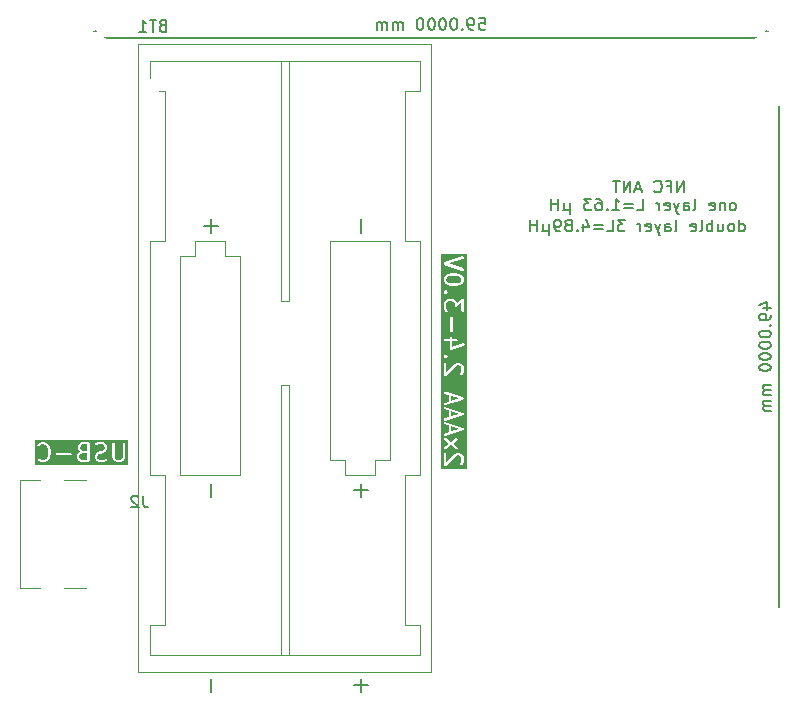
<source format=gbr>
%TF.GenerationSoftware,KiCad,Pcbnew,7.0.6-0*%
%TF.CreationDate,2023-08-18T22:24:39+03:00*%
%TF.ProjectId,iot-data-logger-nfc-samd21,696f742d-6461-4746-912d-6c6f67676572,rev?*%
%TF.SameCoordinates,Original*%
%TF.FileFunction,Legend,Bot*%
%TF.FilePolarity,Positive*%
%FSLAX46Y46*%
G04 Gerber Fmt 4.6, Leading zero omitted, Abs format (unit mm)*
G04 Created by KiCad (PCBNEW 7.0.6-0) date 2023-08-18 22:24:39*
%MOMM*%
%LPD*%
G01*
G04 APERTURE LIST*
%ADD10C,0.200000*%
%ADD11C,0.150000*%
%ADD12C,0.120000*%
%ADD13C,1.500000*%
%ADD14R,1.700000X1.700000*%
%ADD15O,1.700000X1.700000*%
%ADD16C,0.800000*%
%ADD17C,6.400000*%
%ADD18C,0.600000*%
%ADD19C,0.500000*%
%ADD20O,1.600000X1.000000*%
%ADD21O,2.100000X1.000000*%
%ADD22R,1.150000X0.300000*%
%ADD23C,3.450000*%
%ADD24R,2.000000X2.000000*%
%ADD25C,2.000000*%
G04 APERTURE END LIST*
D10*
G36*
X94377743Y-75082707D02*
G01*
X93722542Y-75301107D01*
X93722542Y-74864306D01*
X94377743Y-75082707D01*
G37*
G36*
X94377743Y-73796993D02*
G01*
X93722542Y-74015393D01*
X93722542Y-73578592D01*
X94377743Y-73796993D01*
G37*
G36*
X94377744Y-72511279D02*
G01*
X93722542Y-72729679D01*
X93722542Y-72292878D01*
X94377744Y-72511279D01*
G37*
G36*
X94373350Y-62177059D02*
G01*
X94491878Y-62236324D01*
X94540355Y-62284800D01*
X94593971Y-62392030D01*
X94593971Y-62487673D01*
X94540356Y-62594902D01*
X94491878Y-62643379D01*
X94373349Y-62702644D01*
X94110233Y-62768423D01*
X93777709Y-62768423D01*
X93514590Y-62702644D01*
X93396062Y-62643379D01*
X93347585Y-62594901D01*
X93293971Y-62487673D01*
X93293971Y-62392031D01*
X93347586Y-62284801D01*
X93396062Y-62236324D01*
X93514589Y-62177060D01*
X93777709Y-62111280D01*
X94110232Y-62111280D01*
X94373350Y-62177059D01*
G37*
G36*
X95079683Y-78467191D02*
G01*
X92879685Y-78467191D01*
X92879685Y-78154136D01*
X93093971Y-78154136D01*
X93101206Y-78176405D01*
X93104870Y-78199535D01*
X93110575Y-78205240D01*
X93113069Y-78212915D01*
X93132015Y-78226680D01*
X93148572Y-78243237D01*
X93156541Y-78244499D01*
X93163069Y-78249242D01*
X93186486Y-78249242D01*
X93209614Y-78252905D01*
X93216803Y-78249242D01*
X93224873Y-78249242D01*
X93243818Y-78235477D01*
X93264682Y-78224847D01*
X94105132Y-77384395D01*
X94281627Y-77325564D01*
X94384649Y-77325564D01*
X94491879Y-77379179D01*
X94540355Y-77427655D01*
X94593971Y-77534886D01*
X94593971Y-77844814D01*
X94540355Y-77952044D01*
X94480403Y-78011996D01*
X94452345Y-78067064D01*
X94462013Y-78128106D01*
X94505715Y-78171808D01*
X94566757Y-78181476D01*
X94621825Y-78153418D01*
X94693252Y-78081990D01*
X94700609Y-78067550D01*
X94711985Y-78056001D01*
X94783414Y-77913144D01*
X94786847Y-77890345D01*
X94793971Y-77868422D01*
X94793971Y-77511279D01*
X94786847Y-77489355D01*
X94783414Y-77466557D01*
X94711985Y-77323700D01*
X94700610Y-77312151D01*
X94693253Y-77297712D01*
X94621825Y-77226283D01*
X94607383Y-77218924D01*
X94595835Y-77207550D01*
X94452979Y-77136121D01*
X94430180Y-77132687D01*
X94408257Y-77125564D01*
X94265400Y-77125564D01*
X94249984Y-77130572D01*
X94233777Y-77130696D01*
X94019491Y-77202125D01*
X94000942Y-77215817D01*
X93980403Y-77226283D01*
X93293971Y-77912714D01*
X93293971Y-77225564D01*
X93274873Y-77166785D01*
X93224873Y-77130458D01*
X93163069Y-77130458D01*
X93113069Y-77166785D01*
X93093971Y-77225564D01*
X93093971Y-78154136D01*
X92879685Y-78154136D01*
X92879685Y-76698265D01*
X93097769Y-76698265D01*
X93100095Y-76760025D01*
X93138279Y-76808622D01*
X93197735Y-76825495D01*
X93255753Y-76804197D01*
X93693970Y-76459882D01*
X94132189Y-76804197D01*
X94190207Y-76825494D01*
X94249662Y-76808622D01*
X94287846Y-76760024D01*
X94290173Y-76698265D01*
X94255753Y-76646933D01*
X93855830Y-76332708D01*
X94255753Y-76018483D01*
X94290173Y-75967151D01*
X94287846Y-75905392D01*
X94249662Y-75856794D01*
X94190207Y-75839922D01*
X94132189Y-75861219D01*
X93693971Y-76205533D01*
X93255753Y-75861219D01*
X93197735Y-75839921D01*
X93138279Y-75856794D01*
X93100095Y-75905391D01*
X93097769Y-75967151D01*
X93132189Y-76018483D01*
X93532111Y-76332708D01*
X93132189Y-76646933D01*
X93097769Y-76698265D01*
X92879685Y-76698265D01*
X92879685Y-75583466D01*
X93093973Y-75583466D01*
X93113518Y-75642098D01*
X93163792Y-75678045D01*
X93225594Y-75677575D01*
X94725594Y-75177575D01*
X94749857Y-75159664D01*
X94774425Y-75142098D01*
X94774676Y-75141342D01*
X94775317Y-75140870D01*
X94784422Y-75112104D01*
X94793969Y-75083466D01*
X94793728Y-75082707D01*
X94793969Y-75081948D01*
X94784422Y-75053309D01*
X94775317Y-75024544D01*
X94774676Y-75024071D01*
X94774425Y-75023316D01*
X94749857Y-75005749D01*
X94725594Y-74987839D01*
X93225594Y-74487839D01*
X93163792Y-74487369D01*
X93113518Y-74523316D01*
X93093973Y-74581948D01*
X93112625Y-74640870D01*
X93162348Y-74677575D01*
X93522542Y-74797639D01*
X93522542Y-75367774D01*
X93162348Y-75487839D01*
X93112625Y-75524544D01*
X93093973Y-75583466D01*
X92879685Y-75583466D01*
X92879685Y-74297752D01*
X93093973Y-74297752D01*
X93113518Y-74356384D01*
X93163792Y-74392331D01*
X93225594Y-74391861D01*
X94725594Y-73891861D01*
X94749857Y-73873950D01*
X94774425Y-73856384D01*
X94774676Y-73855628D01*
X94775317Y-73855156D01*
X94784422Y-73826390D01*
X94793969Y-73797752D01*
X94793728Y-73796993D01*
X94793969Y-73796234D01*
X94784422Y-73767595D01*
X94775317Y-73738830D01*
X94774676Y-73738357D01*
X94774425Y-73737602D01*
X94749857Y-73720035D01*
X94725594Y-73702125D01*
X93225594Y-73202125D01*
X93163792Y-73201655D01*
X93113518Y-73237602D01*
X93093973Y-73296234D01*
X93112625Y-73355156D01*
X93162348Y-73391861D01*
X93522542Y-73511925D01*
X93522542Y-74082060D01*
X93162348Y-74202125D01*
X93112625Y-74238830D01*
X93093973Y-74297752D01*
X92879685Y-74297752D01*
X92879685Y-73012038D01*
X93093973Y-73012038D01*
X93113518Y-73070670D01*
X93163792Y-73106617D01*
X93225594Y-73106147D01*
X94725594Y-72606147D01*
X94749857Y-72588236D01*
X94774425Y-72570670D01*
X94774676Y-72569914D01*
X94775317Y-72569442D01*
X94784422Y-72540676D01*
X94793969Y-72512038D01*
X94793728Y-72511279D01*
X94793969Y-72510520D01*
X94784422Y-72481881D01*
X94775317Y-72453116D01*
X94774676Y-72452643D01*
X94774425Y-72451888D01*
X94749857Y-72434321D01*
X94725594Y-72416411D01*
X93225594Y-71916411D01*
X93163792Y-71915941D01*
X93113518Y-71951888D01*
X93093973Y-72010520D01*
X93112625Y-72069442D01*
X93162348Y-72106147D01*
X93522542Y-72226211D01*
X93522542Y-72796346D01*
X93162348Y-72916411D01*
X93112625Y-72953116D01*
X93093973Y-73012038D01*
X92879685Y-73012038D01*
X92879685Y-70511280D01*
X93093971Y-70511280D01*
X93101206Y-70533549D01*
X93104870Y-70556679D01*
X93110575Y-70562384D01*
X93113069Y-70570059D01*
X93132015Y-70583824D01*
X93148572Y-70600381D01*
X93156541Y-70601643D01*
X93163069Y-70606386D01*
X93186486Y-70606386D01*
X93209614Y-70610049D01*
X93216803Y-70606386D01*
X93224873Y-70606386D01*
X93243818Y-70592621D01*
X93264682Y-70581991D01*
X94105132Y-69741539D01*
X94281627Y-69682708D01*
X94384649Y-69682708D01*
X94491879Y-69736323D01*
X94540355Y-69784799D01*
X94593971Y-69892030D01*
X94593971Y-70201958D01*
X94540355Y-70309188D01*
X94480403Y-70369140D01*
X94452345Y-70424208D01*
X94462013Y-70485250D01*
X94505715Y-70528952D01*
X94566757Y-70538620D01*
X94621825Y-70510562D01*
X94693252Y-70439134D01*
X94700609Y-70424694D01*
X94711985Y-70413145D01*
X94783414Y-70270288D01*
X94786847Y-70247489D01*
X94793971Y-70225566D01*
X94793971Y-69868423D01*
X94786847Y-69846499D01*
X94783414Y-69823701D01*
X94711985Y-69680844D01*
X94700610Y-69669295D01*
X94693253Y-69654856D01*
X94621825Y-69583427D01*
X94607383Y-69576068D01*
X94595835Y-69564694D01*
X94452979Y-69493265D01*
X94430180Y-69489831D01*
X94408257Y-69482708D01*
X94265400Y-69482708D01*
X94249984Y-69487716D01*
X94233777Y-69487840D01*
X94019491Y-69559269D01*
X94000942Y-69572961D01*
X93980403Y-69583427D01*
X93293971Y-70269858D01*
X93293971Y-69582708D01*
X93274873Y-69523929D01*
X93224873Y-69487602D01*
X93163069Y-69487602D01*
X93113069Y-69523929D01*
X93093971Y-69582708D01*
X93093971Y-70511280D01*
X92879685Y-70511280D01*
X92879685Y-68955496D01*
X93095202Y-68955496D01*
X93098865Y-68962684D01*
X93098865Y-68970754D01*
X93103607Y-68977281D01*
X93104870Y-68985251D01*
X93116070Y-68996451D01*
X93123261Y-69010563D01*
X93194690Y-69081991D01*
X93208800Y-69089180D01*
X93220001Y-69100381D01*
X93235645Y-69102858D01*
X93249757Y-69110049D01*
X93265400Y-69107571D01*
X93281043Y-69110049D01*
X93295154Y-69102858D01*
X93310800Y-69100381D01*
X93321999Y-69089181D01*
X93336111Y-69081991D01*
X93407538Y-69010563D01*
X93414727Y-68996452D01*
X93425929Y-68985252D01*
X93427191Y-68977281D01*
X93431934Y-68970754D01*
X93431934Y-68962684D01*
X93435597Y-68955496D01*
X93433119Y-68939852D01*
X93435597Y-68924209D01*
X93431933Y-68917019D01*
X93431934Y-68908950D01*
X93427191Y-68902421D01*
X93425929Y-68894453D01*
X93414728Y-68883252D01*
X93407539Y-68869142D01*
X93336111Y-68797713D01*
X93321999Y-68790522D01*
X93310799Y-68779322D01*
X93295155Y-68776844D01*
X93281044Y-68769654D01*
X93265400Y-68772131D01*
X93249757Y-68769654D01*
X93235644Y-68776844D01*
X93220002Y-68779322D01*
X93208802Y-68790520D01*
X93194689Y-68797712D01*
X93123260Y-68869141D01*
X93116068Y-68883254D01*
X93104870Y-68894454D01*
X93103608Y-68902421D01*
X93098865Y-68908950D01*
X93098865Y-68917019D01*
X93095202Y-68924209D01*
X93097679Y-68939852D01*
X93095202Y-68955496D01*
X92879685Y-68955496D01*
X92879685Y-67613611D01*
X93098865Y-67613611D01*
X93135192Y-67663611D01*
X93193971Y-67682709D01*
X93593971Y-67682709D01*
X93593971Y-68296994D01*
X93594093Y-68297371D01*
X93593973Y-68297753D01*
X93603635Y-68326740D01*
X93613069Y-68355773D01*
X93613392Y-68356007D01*
X93613518Y-68356385D01*
X93638329Y-68374125D01*
X93663069Y-68392100D01*
X93663468Y-68392100D01*
X93663792Y-68392332D01*
X93694299Y-68392100D01*
X93724873Y-68392100D01*
X93725196Y-68391865D01*
X93725594Y-68391862D01*
X94797022Y-68034719D01*
X94846746Y-67998014D01*
X94865397Y-67939092D01*
X94845853Y-67880460D01*
X94795579Y-67844513D01*
X94733777Y-67844983D01*
X93793971Y-68158251D01*
X93793971Y-67682709D01*
X94193971Y-67682709D01*
X94252750Y-67663611D01*
X94289077Y-67613611D01*
X94289077Y-67551807D01*
X94252750Y-67501807D01*
X94193971Y-67482709D01*
X93793971Y-67482709D01*
X93793971Y-67368423D01*
X93774873Y-67309644D01*
X93724873Y-67273317D01*
X93663069Y-67273317D01*
X93613069Y-67309644D01*
X93593971Y-67368423D01*
X93593971Y-67482709D01*
X93193971Y-67482709D01*
X93135192Y-67501807D01*
X93098865Y-67551807D01*
X93098865Y-67613611D01*
X92879685Y-67613611D01*
X92879685Y-66796995D01*
X93665400Y-66796995D01*
X93684498Y-66855774D01*
X93734498Y-66892101D01*
X93796302Y-66892101D01*
X93846302Y-66855774D01*
X93865400Y-66796995D01*
X93865400Y-65654138D01*
X93846302Y-65595359D01*
X93796302Y-65559032D01*
X93734498Y-65559032D01*
X93684498Y-65595359D01*
X93665400Y-65654138D01*
X93665400Y-66796995D01*
X92879685Y-66796995D01*
X92879685Y-64868423D01*
X93093971Y-64868423D01*
X93101094Y-64890346D01*
X93104528Y-64913145D01*
X93175957Y-65056001D01*
X93187331Y-65067549D01*
X93194689Y-65081990D01*
X93266117Y-65153419D01*
X93321184Y-65181478D01*
X93382226Y-65171810D01*
X93425929Y-65128109D01*
X93435597Y-65067066D01*
X93407539Y-65011999D01*
X93347587Y-64952046D01*
X93293971Y-64844814D01*
X93293971Y-64463460D01*
X93347587Y-64356228D01*
X93396062Y-64307752D01*
X93503292Y-64254137D01*
X93813220Y-64254137D01*
X93920448Y-64307751D01*
X93968928Y-64356231D01*
X94022542Y-64463458D01*
X94022542Y-64654137D01*
X94028790Y-64673366D01*
X94030618Y-64693509D01*
X94038120Y-64702082D01*
X94041640Y-64712916D01*
X94058000Y-64724802D01*
X94071317Y-64740021D01*
X94082424Y-64742547D01*
X94091640Y-64749243D01*
X94111862Y-64749243D01*
X94131581Y-64753728D01*
X94142052Y-64749243D01*
X94153444Y-64749243D01*
X94169804Y-64737356D01*
X94188392Y-64729395D01*
X94593971Y-64374513D01*
X94593971Y-65082709D01*
X94613069Y-65141488D01*
X94663069Y-65177815D01*
X94724873Y-65177815D01*
X94774873Y-65141488D01*
X94793971Y-65082709D01*
X94793971Y-64154137D01*
X94787721Y-64134903D01*
X94785894Y-64114766D01*
X94778393Y-64106194D01*
X94774873Y-64095358D01*
X94758510Y-64083470D01*
X94745196Y-64068253D01*
X94734088Y-64065726D01*
X94724873Y-64059031D01*
X94704651Y-64059031D01*
X94684932Y-64054546D01*
X94674461Y-64059031D01*
X94663069Y-64059031D01*
X94646706Y-64070918D01*
X94628120Y-64078880D01*
X94221000Y-64435108D01*
X94215418Y-64417928D01*
X94211985Y-64395131D01*
X94140557Y-64252274D01*
X94129183Y-64240726D01*
X94121825Y-64226284D01*
X94050396Y-64154855D01*
X94035953Y-64147496D01*
X94024406Y-64136123D01*
X93881550Y-64064694D01*
X93858751Y-64061260D01*
X93836828Y-64054137D01*
X93479685Y-64054137D01*
X93457761Y-64061260D01*
X93434963Y-64064694D01*
X93292106Y-64136123D01*
X93280556Y-64147498D01*
X93266117Y-64154856D01*
X93194689Y-64226285D01*
X93187331Y-64240725D01*
X93175957Y-64252274D01*
X93104528Y-64395130D01*
X93101094Y-64417928D01*
X93093971Y-64439852D01*
X93093971Y-64868423D01*
X92879685Y-64868423D01*
X92879685Y-63526925D01*
X93095202Y-63526925D01*
X93098865Y-63534113D01*
X93098865Y-63542183D01*
X93103607Y-63548710D01*
X93104870Y-63556680D01*
X93116070Y-63567880D01*
X93123261Y-63581992D01*
X93194690Y-63653420D01*
X93208800Y-63660609D01*
X93220001Y-63671810D01*
X93235645Y-63674287D01*
X93249757Y-63681478D01*
X93265400Y-63679000D01*
X93281043Y-63681478D01*
X93295154Y-63674287D01*
X93310800Y-63671810D01*
X93321999Y-63660610D01*
X93336111Y-63653420D01*
X93407538Y-63581992D01*
X93414727Y-63567881D01*
X93425929Y-63556681D01*
X93427191Y-63548710D01*
X93431934Y-63542183D01*
X93431934Y-63534113D01*
X93435597Y-63526925D01*
X93433119Y-63511281D01*
X93435597Y-63495638D01*
X93431933Y-63488448D01*
X93431934Y-63480379D01*
X93427191Y-63473850D01*
X93425929Y-63465882D01*
X93414728Y-63454681D01*
X93407539Y-63440571D01*
X93336111Y-63369142D01*
X93321999Y-63361951D01*
X93310799Y-63350751D01*
X93295155Y-63348273D01*
X93281044Y-63341083D01*
X93265400Y-63343560D01*
X93249757Y-63341083D01*
X93235644Y-63348273D01*
X93220002Y-63350751D01*
X93208802Y-63361949D01*
X93194689Y-63369141D01*
X93123260Y-63440570D01*
X93116068Y-63454683D01*
X93104870Y-63465883D01*
X93103608Y-63473850D01*
X93098865Y-63480379D01*
X93098865Y-63488448D01*
X93095202Y-63495638D01*
X93097679Y-63511281D01*
X93095202Y-63526925D01*
X92879685Y-63526925D01*
X92879685Y-62511280D01*
X93093971Y-62511280D01*
X93101094Y-62533203D01*
X93104528Y-62556001D01*
X93175957Y-62698859D01*
X93187330Y-62710406D01*
X93194689Y-62724849D01*
X93266117Y-62796276D01*
X93280556Y-62803633D01*
X93292106Y-62815009D01*
X93434963Y-62886438D01*
X93445985Y-62888098D01*
X93455432Y-62894009D01*
X93741147Y-62965437D01*
X93753562Y-62964576D01*
X93765400Y-62968423D01*
X94122542Y-62968423D01*
X94134379Y-62964576D01*
X94146795Y-62965437D01*
X94432510Y-62894009D01*
X94441956Y-62888098D01*
X94452979Y-62886438D01*
X94595835Y-62815009D01*
X94607382Y-62803635D01*
X94621825Y-62796277D01*
X94693252Y-62724849D01*
X94700610Y-62710407D01*
X94711985Y-62698859D01*
X94783414Y-62556001D01*
X94786847Y-62533203D01*
X94793971Y-62511280D01*
X94793971Y-62368423D01*
X94786847Y-62346499D01*
X94783414Y-62323701D01*
X94711985Y-62180844D01*
X94700609Y-62169294D01*
X94693252Y-62154855D01*
X94621825Y-62083427D01*
X94607382Y-62076068D01*
X94595835Y-62064695D01*
X94452979Y-61993266D01*
X94441955Y-61991605D01*
X94432510Y-61985695D01*
X94146796Y-61914266D01*
X94134379Y-61915126D01*
X94122542Y-61911280D01*
X93765400Y-61911280D01*
X93753562Y-61915126D01*
X93741146Y-61914266D01*
X93455431Y-61985695D01*
X93445984Y-61991605D01*
X93434963Y-61993266D01*
X93292106Y-62064695D01*
X93280556Y-62076070D01*
X93266117Y-62083428D01*
X93194689Y-62154855D01*
X93187330Y-62169297D01*
X93175957Y-62180845D01*
X93104528Y-62323701D01*
X93101094Y-62346499D01*
X93093971Y-62368423D01*
X93093971Y-62511280D01*
X92879685Y-62511280D01*
X92879685Y-61083468D01*
X93093973Y-61083468D01*
X93103509Y-61112077D01*
X93112625Y-61140872D01*
X93113266Y-61141345D01*
X93113518Y-61142100D01*
X93138069Y-61159654D01*
X93162348Y-61177577D01*
X94662348Y-61677577D01*
X94724150Y-61678047D01*
X94774425Y-61642100D01*
X94793969Y-61583468D01*
X94775317Y-61524546D01*
X94725594Y-61487841D01*
X93510198Y-61082709D01*
X94725594Y-60677577D01*
X94775317Y-60640872D01*
X94793969Y-60581950D01*
X94774425Y-60523318D01*
X94724150Y-60487371D01*
X94662348Y-60487841D01*
X93162348Y-60987841D01*
X93138069Y-61005763D01*
X93113518Y-61023318D01*
X93113266Y-61024072D01*
X93112625Y-61024546D01*
X93103509Y-61053340D01*
X93093973Y-61081950D01*
X93094213Y-61082708D01*
X93093973Y-61083468D01*
X92879685Y-61083468D01*
X92879685Y-60273085D01*
X95079683Y-60273085D01*
X95079683Y-78467191D01*
G37*
G36*
X62911279Y-77706028D02*
G01*
X62463457Y-77706028D01*
X62356229Y-77652414D01*
X62307749Y-77603934D01*
X62254135Y-77496707D01*
X62254135Y-77329634D01*
X62307749Y-77222407D01*
X62351012Y-77179144D01*
X62527505Y-77120314D01*
X62911279Y-77120314D01*
X62911279Y-77706028D01*
G37*
G36*
X62911279Y-76920314D02*
G01*
X62534886Y-76920314D01*
X62427655Y-76866698D01*
X62379179Y-76818222D01*
X62325563Y-76710991D01*
X62325563Y-76615350D01*
X62379179Y-76508119D01*
X62427655Y-76459643D01*
X62534886Y-76406028D01*
X62911279Y-76406028D01*
X62911279Y-76920314D01*
G37*
G36*
X66325565Y-78120314D02*
G01*
X58483938Y-78120314D01*
X58483938Y-77678814D01*
X58698224Y-77678814D01*
X58726282Y-77733881D01*
X58797710Y-77805310D01*
X58818249Y-77815775D01*
X58836798Y-77829468D01*
X59051084Y-77900896D01*
X59067291Y-77901019D01*
X59082707Y-77906028D01*
X59225564Y-77906028D01*
X59240979Y-77901019D01*
X59257187Y-77900896D01*
X59471472Y-77829468D01*
X59490019Y-77815776D01*
X59510561Y-77805310D01*
X59653418Y-77662452D01*
X59660775Y-77648012D01*
X59672150Y-77636464D01*
X59730225Y-77520314D01*
X62054136Y-77520314D01*
X62061259Y-77542237D01*
X62064693Y-77565035D01*
X62136121Y-77707892D01*
X62147494Y-77719439D01*
X62154853Y-77733882D01*
X62226282Y-77805311D01*
X62240724Y-77812669D01*
X62252272Y-77824043D01*
X62395129Y-77895471D01*
X62417926Y-77898904D01*
X62439850Y-77906028D01*
X63011279Y-77906028D01*
X63026342Y-77901134D01*
X63042181Y-77901134D01*
X63054994Y-77891824D01*
X63070058Y-77886930D01*
X63079367Y-77874116D01*
X63092181Y-77864807D01*
X63097075Y-77849743D01*
X63106385Y-77836930D01*
X63106385Y-77821090D01*
X63111279Y-77806028D01*
X63111279Y-77520314D01*
X63554135Y-77520314D01*
X63561258Y-77542237D01*
X63564692Y-77565036D01*
X63636121Y-77707892D01*
X63647494Y-77719439D01*
X63654853Y-77733882D01*
X63726282Y-77805311D01*
X63740724Y-77812669D01*
X63752272Y-77824043D01*
X63895129Y-77895471D01*
X63917926Y-77898904D01*
X63939850Y-77906028D01*
X64296993Y-77906028D01*
X64312408Y-77901019D01*
X64328616Y-77900896D01*
X64542901Y-77829468D01*
X64592624Y-77792763D01*
X64611275Y-77733841D01*
X64591731Y-77675209D01*
X64541457Y-77639262D01*
X64479655Y-77639732D01*
X64280766Y-77706028D01*
X63963457Y-77706028D01*
X63856229Y-77652414D01*
X63807749Y-77603934D01*
X63765939Y-77520314D01*
X65054136Y-77520314D01*
X65061259Y-77542237D01*
X65064693Y-77565035D01*
X65136121Y-77707892D01*
X65147494Y-77719439D01*
X65154853Y-77733882D01*
X65226282Y-77805311D01*
X65240724Y-77812669D01*
X65252272Y-77824043D01*
X65395129Y-77895471D01*
X65417926Y-77898904D01*
X65439850Y-77906028D01*
X65725564Y-77906028D01*
X65747487Y-77898904D01*
X65770285Y-77895471D01*
X65913143Y-77824043D01*
X65924692Y-77812668D01*
X65939133Y-77805310D01*
X66010561Y-77733881D01*
X66017918Y-77719441D01*
X66029293Y-77707893D01*
X66100722Y-77565036D01*
X66104155Y-77542237D01*
X66111279Y-77520314D01*
X66111279Y-76306028D01*
X66092181Y-76247249D01*
X66042181Y-76210922D01*
X65980377Y-76210922D01*
X65930377Y-76247249D01*
X65911279Y-76306028D01*
X65911279Y-77496706D01*
X65857663Y-77603937D01*
X65809186Y-77652413D01*
X65701957Y-77706028D01*
X65463457Y-77706028D01*
X65356229Y-77652414D01*
X65307749Y-77603934D01*
X65254136Y-77496707D01*
X65254136Y-76306028D01*
X65235038Y-76247249D01*
X65185038Y-76210922D01*
X65123234Y-76210922D01*
X65073234Y-76247249D01*
X65054136Y-76306028D01*
X65054136Y-77520314D01*
X63765939Y-77520314D01*
X63754135Y-77496705D01*
X63754135Y-77401065D01*
X63807749Y-77293836D01*
X63856229Y-77245356D01*
X63974755Y-77186092D01*
X64249817Y-77117328D01*
X64259263Y-77111417D01*
X64270286Y-77109757D01*
X64413142Y-77038328D01*
X64424690Y-77026953D01*
X64439131Y-77019596D01*
X64510560Y-76948168D01*
X64517918Y-76933726D01*
X64529293Y-76922178D01*
X64600721Y-76779321D01*
X64604154Y-76756523D01*
X64611278Y-76734600D01*
X64611278Y-76591742D01*
X64604154Y-76569818D01*
X64600721Y-76547021D01*
X64529293Y-76404164D01*
X64517918Y-76392615D01*
X64510560Y-76378174D01*
X64439131Y-76306746D01*
X64424690Y-76299388D01*
X64413142Y-76288014D01*
X64270286Y-76216585D01*
X64247487Y-76213151D01*
X64225564Y-76206028D01*
X63868421Y-76206028D01*
X63853005Y-76211036D01*
X63836798Y-76211160D01*
X63622512Y-76282589D01*
X63572789Y-76319294D01*
X63554137Y-76378216D01*
X63573682Y-76436848D01*
X63623956Y-76472795D01*
X63685758Y-76472325D01*
X63884648Y-76406028D01*
X64201956Y-76406028D01*
X64309187Y-76459644D01*
X64357664Y-76508120D01*
X64411277Y-76615348D01*
X64411277Y-76710993D01*
X64357664Y-76818221D01*
X64309187Y-76866697D01*
X64190657Y-76925963D01*
X63915597Y-76994728D01*
X63906150Y-77000638D01*
X63895128Y-77002299D01*
X63752271Y-77073728D01*
X63740723Y-77085102D01*
X63726282Y-77092460D01*
X63654853Y-77163889D01*
X63647494Y-77178331D01*
X63636121Y-77189879D01*
X63564692Y-77332735D01*
X63561258Y-77355533D01*
X63554135Y-77377457D01*
X63554135Y-77520314D01*
X63111279Y-77520314D01*
X63111279Y-76306028D01*
X63106385Y-76290965D01*
X63106385Y-76275126D01*
X63097075Y-76262312D01*
X63092181Y-76247249D01*
X63079367Y-76237939D01*
X63070058Y-76225126D01*
X63054994Y-76220231D01*
X63042181Y-76210922D01*
X63026342Y-76210922D01*
X63011279Y-76206028D01*
X62511279Y-76206028D01*
X62489355Y-76213151D01*
X62466557Y-76216585D01*
X62323700Y-76288014D01*
X62312151Y-76299388D01*
X62297712Y-76306746D01*
X62226283Y-76378174D01*
X62218924Y-76392615D01*
X62207550Y-76404164D01*
X62136121Y-76547020D01*
X62132687Y-76569818D01*
X62125564Y-76591742D01*
X62125564Y-76734600D01*
X62132687Y-76756523D01*
X62136121Y-76779322D01*
X62207550Y-76922178D01*
X62218924Y-76933726D01*
X62226283Y-76948168D01*
X62272584Y-76994469D01*
X62265370Y-76996874D01*
X62246823Y-77010564D01*
X62226282Y-77021031D01*
X62154853Y-77092460D01*
X62147494Y-77106902D01*
X62136121Y-77118450D01*
X62064693Y-77261307D01*
X62061259Y-77284104D01*
X62054136Y-77306028D01*
X62054136Y-77520314D01*
X59730225Y-77520314D01*
X59743579Y-77493607D01*
X59745239Y-77482584D01*
X59751150Y-77473138D01*
X59803059Y-77265502D01*
X60273316Y-77265502D01*
X60309643Y-77315502D01*
X60368422Y-77334600D01*
X61511279Y-77334600D01*
X61570058Y-77315502D01*
X61606385Y-77265502D01*
X61606385Y-77203698D01*
X61570058Y-77153698D01*
X61511279Y-77134600D01*
X60368422Y-77134600D01*
X60309643Y-77153698D01*
X60273316Y-77203698D01*
X60273316Y-77265502D01*
X59803059Y-77265502D01*
X59822578Y-77187425D01*
X59821717Y-77175008D01*
X59825564Y-77163171D01*
X59825564Y-76948885D01*
X59821717Y-76937047D01*
X59822578Y-76924631D01*
X59751150Y-76638918D01*
X59745239Y-76629471D01*
X59743579Y-76618449D01*
X59672150Y-76475592D01*
X59660774Y-76464042D01*
X59653417Y-76449603D01*
X59510561Y-76306746D01*
X59490019Y-76296279D01*
X59471473Y-76282589D01*
X59257187Y-76211160D01*
X59240979Y-76211036D01*
X59225564Y-76206028D01*
X59082707Y-76206028D01*
X59067291Y-76211036D01*
X59051084Y-76211160D01*
X58836798Y-76282589D01*
X58818249Y-76296281D01*
X58797710Y-76306747D01*
X58726282Y-76378174D01*
X58698224Y-76433242D01*
X58707892Y-76494284D01*
X58751594Y-76537986D01*
X58812636Y-76547654D01*
X58867704Y-76519596D01*
X58922439Y-76464859D01*
X59098934Y-76406028D01*
X59209337Y-76406028D01*
X59385830Y-76464859D01*
X59500520Y-76579548D01*
X59559785Y-76698076D01*
X59625564Y-76961193D01*
X59625564Y-77150862D01*
X59559785Y-77413979D01*
X59500520Y-77532507D01*
X59385831Y-77647196D01*
X59209337Y-77706028D01*
X59098933Y-77706028D01*
X58922439Y-77647197D01*
X58867704Y-77592461D01*
X58812637Y-77564402D01*
X58751595Y-77574070D01*
X58707892Y-77617771D01*
X58698224Y-77678814D01*
X58483938Y-77678814D01*
X58483938Y-75991742D01*
X66325565Y-75991742D01*
X66325565Y-78120314D01*
G37*
D11*
X96095237Y-40304819D02*
X96571427Y-40304819D01*
X96571427Y-40304819D02*
X96619046Y-40781009D01*
X96619046Y-40781009D02*
X96571427Y-40733390D01*
X96571427Y-40733390D02*
X96476189Y-40685771D01*
X96476189Y-40685771D02*
X96238094Y-40685771D01*
X96238094Y-40685771D02*
X96142856Y-40733390D01*
X96142856Y-40733390D02*
X96095237Y-40781009D01*
X96095237Y-40781009D02*
X96047618Y-40876247D01*
X96047618Y-40876247D02*
X96047618Y-41114342D01*
X96047618Y-41114342D02*
X96095237Y-41209580D01*
X96095237Y-41209580D02*
X96142856Y-41257200D01*
X96142856Y-41257200D02*
X96238094Y-41304819D01*
X96238094Y-41304819D02*
X96476189Y-41304819D01*
X96476189Y-41304819D02*
X96571427Y-41257200D01*
X96571427Y-41257200D02*
X96619046Y-41209580D01*
X95571427Y-41304819D02*
X95380951Y-41304819D01*
X95380951Y-41304819D02*
X95285713Y-41257200D01*
X95285713Y-41257200D02*
X95238094Y-41209580D01*
X95238094Y-41209580D02*
X95142856Y-41066723D01*
X95142856Y-41066723D02*
X95095237Y-40876247D01*
X95095237Y-40876247D02*
X95095237Y-40495295D01*
X95095237Y-40495295D02*
X95142856Y-40400057D01*
X95142856Y-40400057D02*
X95190475Y-40352438D01*
X95190475Y-40352438D02*
X95285713Y-40304819D01*
X95285713Y-40304819D02*
X95476189Y-40304819D01*
X95476189Y-40304819D02*
X95571427Y-40352438D01*
X95571427Y-40352438D02*
X95619046Y-40400057D01*
X95619046Y-40400057D02*
X95666665Y-40495295D01*
X95666665Y-40495295D02*
X95666665Y-40733390D01*
X95666665Y-40733390D02*
X95619046Y-40828628D01*
X95619046Y-40828628D02*
X95571427Y-40876247D01*
X95571427Y-40876247D02*
X95476189Y-40923866D01*
X95476189Y-40923866D02*
X95285713Y-40923866D01*
X95285713Y-40923866D02*
X95190475Y-40876247D01*
X95190475Y-40876247D02*
X95142856Y-40828628D01*
X95142856Y-40828628D02*
X95095237Y-40733390D01*
X94666665Y-41209580D02*
X94619046Y-41257200D01*
X94619046Y-41257200D02*
X94666665Y-41304819D01*
X94666665Y-41304819D02*
X94714284Y-41257200D01*
X94714284Y-41257200D02*
X94666665Y-41209580D01*
X94666665Y-41209580D02*
X94666665Y-41304819D01*
X93999999Y-40304819D02*
X93904761Y-40304819D01*
X93904761Y-40304819D02*
X93809523Y-40352438D01*
X93809523Y-40352438D02*
X93761904Y-40400057D01*
X93761904Y-40400057D02*
X93714285Y-40495295D01*
X93714285Y-40495295D02*
X93666666Y-40685771D01*
X93666666Y-40685771D02*
X93666666Y-40923866D01*
X93666666Y-40923866D02*
X93714285Y-41114342D01*
X93714285Y-41114342D02*
X93761904Y-41209580D01*
X93761904Y-41209580D02*
X93809523Y-41257200D01*
X93809523Y-41257200D02*
X93904761Y-41304819D01*
X93904761Y-41304819D02*
X93999999Y-41304819D01*
X93999999Y-41304819D02*
X94095237Y-41257200D01*
X94095237Y-41257200D02*
X94142856Y-41209580D01*
X94142856Y-41209580D02*
X94190475Y-41114342D01*
X94190475Y-41114342D02*
X94238094Y-40923866D01*
X94238094Y-40923866D02*
X94238094Y-40685771D01*
X94238094Y-40685771D02*
X94190475Y-40495295D01*
X94190475Y-40495295D02*
X94142856Y-40400057D01*
X94142856Y-40400057D02*
X94095237Y-40352438D01*
X94095237Y-40352438D02*
X93999999Y-40304819D01*
X93047618Y-40304819D02*
X92952380Y-40304819D01*
X92952380Y-40304819D02*
X92857142Y-40352438D01*
X92857142Y-40352438D02*
X92809523Y-40400057D01*
X92809523Y-40400057D02*
X92761904Y-40495295D01*
X92761904Y-40495295D02*
X92714285Y-40685771D01*
X92714285Y-40685771D02*
X92714285Y-40923866D01*
X92714285Y-40923866D02*
X92761904Y-41114342D01*
X92761904Y-41114342D02*
X92809523Y-41209580D01*
X92809523Y-41209580D02*
X92857142Y-41257200D01*
X92857142Y-41257200D02*
X92952380Y-41304819D01*
X92952380Y-41304819D02*
X93047618Y-41304819D01*
X93047618Y-41304819D02*
X93142856Y-41257200D01*
X93142856Y-41257200D02*
X93190475Y-41209580D01*
X93190475Y-41209580D02*
X93238094Y-41114342D01*
X93238094Y-41114342D02*
X93285713Y-40923866D01*
X93285713Y-40923866D02*
X93285713Y-40685771D01*
X93285713Y-40685771D02*
X93238094Y-40495295D01*
X93238094Y-40495295D02*
X93190475Y-40400057D01*
X93190475Y-40400057D02*
X93142856Y-40352438D01*
X93142856Y-40352438D02*
X93047618Y-40304819D01*
X92095237Y-40304819D02*
X91999999Y-40304819D01*
X91999999Y-40304819D02*
X91904761Y-40352438D01*
X91904761Y-40352438D02*
X91857142Y-40400057D01*
X91857142Y-40400057D02*
X91809523Y-40495295D01*
X91809523Y-40495295D02*
X91761904Y-40685771D01*
X91761904Y-40685771D02*
X91761904Y-40923866D01*
X91761904Y-40923866D02*
X91809523Y-41114342D01*
X91809523Y-41114342D02*
X91857142Y-41209580D01*
X91857142Y-41209580D02*
X91904761Y-41257200D01*
X91904761Y-41257200D02*
X91999999Y-41304819D01*
X91999999Y-41304819D02*
X92095237Y-41304819D01*
X92095237Y-41304819D02*
X92190475Y-41257200D01*
X92190475Y-41257200D02*
X92238094Y-41209580D01*
X92238094Y-41209580D02*
X92285713Y-41114342D01*
X92285713Y-41114342D02*
X92333332Y-40923866D01*
X92333332Y-40923866D02*
X92333332Y-40685771D01*
X92333332Y-40685771D02*
X92285713Y-40495295D01*
X92285713Y-40495295D02*
X92238094Y-40400057D01*
X92238094Y-40400057D02*
X92190475Y-40352438D01*
X92190475Y-40352438D02*
X92095237Y-40304819D01*
X91142856Y-40304819D02*
X91047618Y-40304819D01*
X91047618Y-40304819D02*
X90952380Y-40352438D01*
X90952380Y-40352438D02*
X90904761Y-40400057D01*
X90904761Y-40400057D02*
X90857142Y-40495295D01*
X90857142Y-40495295D02*
X90809523Y-40685771D01*
X90809523Y-40685771D02*
X90809523Y-40923866D01*
X90809523Y-40923866D02*
X90857142Y-41114342D01*
X90857142Y-41114342D02*
X90904761Y-41209580D01*
X90904761Y-41209580D02*
X90952380Y-41257200D01*
X90952380Y-41257200D02*
X91047618Y-41304819D01*
X91047618Y-41304819D02*
X91142856Y-41304819D01*
X91142856Y-41304819D02*
X91238094Y-41257200D01*
X91238094Y-41257200D02*
X91285713Y-41209580D01*
X91285713Y-41209580D02*
X91333332Y-41114342D01*
X91333332Y-41114342D02*
X91380951Y-40923866D01*
X91380951Y-40923866D02*
X91380951Y-40685771D01*
X91380951Y-40685771D02*
X91333332Y-40495295D01*
X91333332Y-40495295D02*
X91285713Y-40400057D01*
X91285713Y-40400057D02*
X91238094Y-40352438D01*
X91238094Y-40352438D02*
X91142856Y-40304819D01*
X89619046Y-41304819D02*
X89619046Y-40638152D01*
X89619046Y-40733390D02*
X89571427Y-40685771D01*
X89571427Y-40685771D02*
X89476189Y-40638152D01*
X89476189Y-40638152D02*
X89333332Y-40638152D01*
X89333332Y-40638152D02*
X89238094Y-40685771D01*
X89238094Y-40685771D02*
X89190475Y-40781009D01*
X89190475Y-40781009D02*
X89190475Y-41304819D01*
X89190475Y-40781009D02*
X89142856Y-40685771D01*
X89142856Y-40685771D02*
X89047618Y-40638152D01*
X89047618Y-40638152D02*
X88904761Y-40638152D01*
X88904761Y-40638152D02*
X88809522Y-40685771D01*
X88809522Y-40685771D02*
X88761903Y-40781009D01*
X88761903Y-40781009D02*
X88761903Y-41304819D01*
X88285713Y-41304819D02*
X88285713Y-40638152D01*
X88285713Y-40733390D02*
X88238094Y-40685771D01*
X88238094Y-40685771D02*
X88142856Y-40638152D01*
X88142856Y-40638152D02*
X87999999Y-40638152D01*
X87999999Y-40638152D02*
X87904761Y-40685771D01*
X87904761Y-40685771D02*
X87857142Y-40781009D01*
X87857142Y-40781009D02*
X87857142Y-41304819D01*
X87857142Y-40781009D02*
X87809523Y-40685771D01*
X87809523Y-40685771D02*
X87714285Y-40638152D01*
X87714285Y-40638152D02*
X87571428Y-40638152D01*
X87571428Y-40638152D02*
X87476189Y-40685771D01*
X87476189Y-40685771D02*
X87428570Y-40781009D01*
X87428570Y-40781009D02*
X87428570Y-41304819D01*
X62500000Y-44000000D02*
X62500000Y-41413580D01*
X121500000Y-44000000D02*
X121500000Y-41413580D01*
X62500000Y-42000000D02*
X121500000Y-42000000D01*
X62500000Y-42000000D02*
X121500000Y-42000000D01*
X62500000Y-42000000D02*
X63626504Y-41413579D01*
X62500000Y-42000000D02*
X63626504Y-42586421D01*
X121500000Y-42000000D02*
X120373496Y-42586421D01*
X121500000Y-42000000D02*
X120373496Y-41413579D01*
X120138152Y-64857143D02*
X120804819Y-64857143D01*
X119757200Y-64619048D02*
X120471485Y-64380953D01*
X120471485Y-64380953D02*
X120471485Y-65000000D01*
X120804819Y-65428572D02*
X120804819Y-65619048D01*
X120804819Y-65619048D02*
X120757200Y-65714286D01*
X120757200Y-65714286D02*
X120709580Y-65761905D01*
X120709580Y-65761905D02*
X120566723Y-65857143D01*
X120566723Y-65857143D02*
X120376247Y-65904762D01*
X120376247Y-65904762D02*
X119995295Y-65904762D01*
X119995295Y-65904762D02*
X119900057Y-65857143D01*
X119900057Y-65857143D02*
X119852438Y-65809524D01*
X119852438Y-65809524D02*
X119804819Y-65714286D01*
X119804819Y-65714286D02*
X119804819Y-65523810D01*
X119804819Y-65523810D02*
X119852438Y-65428572D01*
X119852438Y-65428572D02*
X119900057Y-65380953D01*
X119900057Y-65380953D02*
X119995295Y-65333334D01*
X119995295Y-65333334D02*
X120233390Y-65333334D01*
X120233390Y-65333334D02*
X120328628Y-65380953D01*
X120328628Y-65380953D02*
X120376247Y-65428572D01*
X120376247Y-65428572D02*
X120423866Y-65523810D01*
X120423866Y-65523810D02*
X120423866Y-65714286D01*
X120423866Y-65714286D02*
X120376247Y-65809524D01*
X120376247Y-65809524D02*
X120328628Y-65857143D01*
X120328628Y-65857143D02*
X120233390Y-65904762D01*
X120709580Y-66333334D02*
X120757200Y-66380953D01*
X120757200Y-66380953D02*
X120804819Y-66333334D01*
X120804819Y-66333334D02*
X120757200Y-66285715D01*
X120757200Y-66285715D02*
X120709580Y-66333334D01*
X120709580Y-66333334D02*
X120804819Y-66333334D01*
X119804819Y-67000000D02*
X119804819Y-67095238D01*
X119804819Y-67095238D02*
X119852438Y-67190476D01*
X119852438Y-67190476D02*
X119900057Y-67238095D01*
X119900057Y-67238095D02*
X119995295Y-67285714D01*
X119995295Y-67285714D02*
X120185771Y-67333333D01*
X120185771Y-67333333D02*
X120423866Y-67333333D01*
X120423866Y-67333333D02*
X120614342Y-67285714D01*
X120614342Y-67285714D02*
X120709580Y-67238095D01*
X120709580Y-67238095D02*
X120757200Y-67190476D01*
X120757200Y-67190476D02*
X120804819Y-67095238D01*
X120804819Y-67095238D02*
X120804819Y-67000000D01*
X120804819Y-67000000D02*
X120757200Y-66904762D01*
X120757200Y-66904762D02*
X120709580Y-66857143D01*
X120709580Y-66857143D02*
X120614342Y-66809524D01*
X120614342Y-66809524D02*
X120423866Y-66761905D01*
X120423866Y-66761905D02*
X120185771Y-66761905D01*
X120185771Y-66761905D02*
X119995295Y-66809524D01*
X119995295Y-66809524D02*
X119900057Y-66857143D01*
X119900057Y-66857143D02*
X119852438Y-66904762D01*
X119852438Y-66904762D02*
X119804819Y-67000000D01*
X119804819Y-67952381D02*
X119804819Y-68047619D01*
X119804819Y-68047619D02*
X119852438Y-68142857D01*
X119852438Y-68142857D02*
X119900057Y-68190476D01*
X119900057Y-68190476D02*
X119995295Y-68238095D01*
X119995295Y-68238095D02*
X120185771Y-68285714D01*
X120185771Y-68285714D02*
X120423866Y-68285714D01*
X120423866Y-68285714D02*
X120614342Y-68238095D01*
X120614342Y-68238095D02*
X120709580Y-68190476D01*
X120709580Y-68190476D02*
X120757200Y-68142857D01*
X120757200Y-68142857D02*
X120804819Y-68047619D01*
X120804819Y-68047619D02*
X120804819Y-67952381D01*
X120804819Y-67952381D02*
X120757200Y-67857143D01*
X120757200Y-67857143D02*
X120709580Y-67809524D01*
X120709580Y-67809524D02*
X120614342Y-67761905D01*
X120614342Y-67761905D02*
X120423866Y-67714286D01*
X120423866Y-67714286D02*
X120185771Y-67714286D01*
X120185771Y-67714286D02*
X119995295Y-67761905D01*
X119995295Y-67761905D02*
X119900057Y-67809524D01*
X119900057Y-67809524D02*
X119852438Y-67857143D01*
X119852438Y-67857143D02*
X119804819Y-67952381D01*
X119804819Y-68904762D02*
X119804819Y-69000000D01*
X119804819Y-69000000D02*
X119852438Y-69095238D01*
X119852438Y-69095238D02*
X119900057Y-69142857D01*
X119900057Y-69142857D02*
X119995295Y-69190476D01*
X119995295Y-69190476D02*
X120185771Y-69238095D01*
X120185771Y-69238095D02*
X120423866Y-69238095D01*
X120423866Y-69238095D02*
X120614342Y-69190476D01*
X120614342Y-69190476D02*
X120709580Y-69142857D01*
X120709580Y-69142857D02*
X120757200Y-69095238D01*
X120757200Y-69095238D02*
X120804819Y-69000000D01*
X120804819Y-69000000D02*
X120804819Y-68904762D01*
X120804819Y-68904762D02*
X120757200Y-68809524D01*
X120757200Y-68809524D02*
X120709580Y-68761905D01*
X120709580Y-68761905D02*
X120614342Y-68714286D01*
X120614342Y-68714286D02*
X120423866Y-68666667D01*
X120423866Y-68666667D02*
X120185771Y-68666667D01*
X120185771Y-68666667D02*
X119995295Y-68714286D01*
X119995295Y-68714286D02*
X119900057Y-68761905D01*
X119900057Y-68761905D02*
X119852438Y-68809524D01*
X119852438Y-68809524D02*
X119804819Y-68904762D01*
X119804819Y-69857143D02*
X119804819Y-69952381D01*
X119804819Y-69952381D02*
X119852438Y-70047619D01*
X119852438Y-70047619D02*
X119900057Y-70095238D01*
X119900057Y-70095238D02*
X119995295Y-70142857D01*
X119995295Y-70142857D02*
X120185771Y-70190476D01*
X120185771Y-70190476D02*
X120423866Y-70190476D01*
X120423866Y-70190476D02*
X120614342Y-70142857D01*
X120614342Y-70142857D02*
X120709580Y-70095238D01*
X120709580Y-70095238D02*
X120757200Y-70047619D01*
X120757200Y-70047619D02*
X120804819Y-69952381D01*
X120804819Y-69952381D02*
X120804819Y-69857143D01*
X120804819Y-69857143D02*
X120757200Y-69761905D01*
X120757200Y-69761905D02*
X120709580Y-69714286D01*
X120709580Y-69714286D02*
X120614342Y-69666667D01*
X120614342Y-69666667D02*
X120423866Y-69619048D01*
X120423866Y-69619048D02*
X120185771Y-69619048D01*
X120185771Y-69619048D02*
X119995295Y-69666667D01*
X119995295Y-69666667D02*
X119900057Y-69714286D01*
X119900057Y-69714286D02*
X119852438Y-69761905D01*
X119852438Y-69761905D02*
X119804819Y-69857143D01*
X120804819Y-71380953D02*
X120138152Y-71380953D01*
X120233390Y-71380953D02*
X120185771Y-71428572D01*
X120185771Y-71428572D02*
X120138152Y-71523810D01*
X120138152Y-71523810D02*
X120138152Y-71666667D01*
X120138152Y-71666667D02*
X120185771Y-71761905D01*
X120185771Y-71761905D02*
X120281009Y-71809524D01*
X120281009Y-71809524D02*
X120804819Y-71809524D01*
X120281009Y-71809524D02*
X120185771Y-71857143D01*
X120185771Y-71857143D02*
X120138152Y-71952381D01*
X120138152Y-71952381D02*
X120138152Y-72095238D01*
X120138152Y-72095238D02*
X120185771Y-72190477D01*
X120185771Y-72190477D02*
X120281009Y-72238096D01*
X120281009Y-72238096D02*
X120804819Y-72238096D01*
X120804819Y-72714286D02*
X120138152Y-72714286D01*
X120233390Y-72714286D02*
X120185771Y-72761905D01*
X120185771Y-72761905D02*
X120138152Y-72857143D01*
X120138152Y-72857143D02*
X120138152Y-73000000D01*
X120138152Y-73000000D02*
X120185771Y-73095238D01*
X120185771Y-73095238D02*
X120281009Y-73142857D01*
X120281009Y-73142857D02*
X120804819Y-73142857D01*
X120281009Y-73142857D02*
X120185771Y-73190476D01*
X120185771Y-73190476D02*
X120138152Y-73285714D01*
X120138152Y-73285714D02*
X120138152Y-73428571D01*
X120138152Y-73428571D02*
X120185771Y-73523810D01*
X120185771Y-73523810D02*
X120281009Y-73571429D01*
X120281009Y-73571429D02*
X120804819Y-73571429D01*
X121000000Y-93500000D02*
X120913580Y-93500000D01*
X121000000Y-44500000D02*
X120913580Y-44500000D01*
X121500000Y-93500000D02*
X121500000Y-44500000D01*
X121500000Y-93500000D02*
X121500000Y-44500000D01*
X121500000Y-93500000D02*
X120913579Y-92373496D01*
X121500000Y-93500000D02*
X122086421Y-92373496D01*
X121500000Y-44500000D02*
X122086421Y-45626504D01*
X121500000Y-44500000D02*
X120913579Y-45626504D01*
X118116858Y-58366819D02*
X118116858Y-57366819D01*
X118116858Y-58319200D02*
X118212096Y-58366819D01*
X118212096Y-58366819D02*
X118402572Y-58366819D01*
X118402572Y-58366819D02*
X118497810Y-58319200D01*
X118497810Y-58319200D02*
X118545429Y-58271580D01*
X118545429Y-58271580D02*
X118593048Y-58176342D01*
X118593048Y-58176342D02*
X118593048Y-57890628D01*
X118593048Y-57890628D02*
X118545429Y-57795390D01*
X118545429Y-57795390D02*
X118497810Y-57747771D01*
X118497810Y-57747771D02*
X118402572Y-57700152D01*
X118402572Y-57700152D02*
X118212096Y-57700152D01*
X118212096Y-57700152D02*
X118116858Y-57747771D01*
X117497810Y-58366819D02*
X117593048Y-58319200D01*
X117593048Y-58319200D02*
X117640667Y-58271580D01*
X117640667Y-58271580D02*
X117688286Y-58176342D01*
X117688286Y-58176342D02*
X117688286Y-57890628D01*
X117688286Y-57890628D02*
X117640667Y-57795390D01*
X117640667Y-57795390D02*
X117593048Y-57747771D01*
X117593048Y-57747771D02*
X117497810Y-57700152D01*
X117497810Y-57700152D02*
X117354953Y-57700152D01*
X117354953Y-57700152D02*
X117259715Y-57747771D01*
X117259715Y-57747771D02*
X117212096Y-57795390D01*
X117212096Y-57795390D02*
X117164477Y-57890628D01*
X117164477Y-57890628D02*
X117164477Y-58176342D01*
X117164477Y-58176342D02*
X117212096Y-58271580D01*
X117212096Y-58271580D02*
X117259715Y-58319200D01*
X117259715Y-58319200D02*
X117354953Y-58366819D01*
X117354953Y-58366819D02*
X117497810Y-58366819D01*
X116307334Y-57700152D02*
X116307334Y-58366819D01*
X116735905Y-57700152D02*
X116735905Y-58223961D01*
X116735905Y-58223961D02*
X116688286Y-58319200D01*
X116688286Y-58319200D02*
X116593048Y-58366819D01*
X116593048Y-58366819D02*
X116450191Y-58366819D01*
X116450191Y-58366819D02*
X116354953Y-58319200D01*
X116354953Y-58319200D02*
X116307334Y-58271580D01*
X115831143Y-58366819D02*
X115831143Y-57366819D01*
X115831143Y-57747771D02*
X115735905Y-57700152D01*
X115735905Y-57700152D02*
X115545429Y-57700152D01*
X115545429Y-57700152D02*
X115450191Y-57747771D01*
X115450191Y-57747771D02*
X115402572Y-57795390D01*
X115402572Y-57795390D02*
X115354953Y-57890628D01*
X115354953Y-57890628D02*
X115354953Y-58176342D01*
X115354953Y-58176342D02*
X115402572Y-58271580D01*
X115402572Y-58271580D02*
X115450191Y-58319200D01*
X115450191Y-58319200D02*
X115545429Y-58366819D01*
X115545429Y-58366819D02*
X115735905Y-58366819D01*
X115735905Y-58366819D02*
X115831143Y-58319200D01*
X114783524Y-58366819D02*
X114878762Y-58319200D01*
X114878762Y-58319200D02*
X114926381Y-58223961D01*
X114926381Y-58223961D02*
X114926381Y-57366819D01*
X114021619Y-58319200D02*
X114116857Y-58366819D01*
X114116857Y-58366819D02*
X114307333Y-58366819D01*
X114307333Y-58366819D02*
X114402571Y-58319200D01*
X114402571Y-58319200D02*
X114450190Y-58223961D01*
X114450190Y-58223961D02*
X114450190Y-57843009D01*
X114450190Y-57843009D02*
X114402571Y-57747771D01*
X114402571Y-57747771D02*
X114307333Y-57700152D01*
X114307333Y-57700152D02*
X114116857Y-57700152D01*
X114116857Y-57700152D02*
X114021619Y-57747771D01*
X114021619Y-57747771D02*
X113974000Y-57843009D01*
X113974000Y-57843009D02*
X113974000Y-57938247D01*
X113974000Y-57938247D02*
X114450190Y-58033485D01*
X112640666Y-58366819D02*
X112735904Y-58319200D01*
X112735904Y-58319200D02*
X112783523Y-58223961D01*
X112783523Y-58223961D02*
X112783523Y-57366819D01*
X111831142Y-58366819D02*
X111831142Y-57843009D01*
X111831142Y-57843009D02*
X111878761Y-57747771D01*
X111878761Y-57747771D02*
X111973999Y-57700152D01*
X111973999Y-57700152D02*
X112164475Y-57700152D01*
X112164475Y-57700152D02*
X112259713Y-57747771D01*
X111831142Y-58319200D02*
X111926380Y-58366819D01*
X111926380Y-58366819D02*
X112164475Y-58366819D01*
X112164475Y-58366819D02*
X112259713Y-58319200D01*
X112259713Y-58319200D02*
X112307332Y-58223961D01*
X112307332Y-58223961D02*
X112307332Y-58128723D01*
X112307332Y-58128723D02*
X112259713Y-58033485D01*
X112259713Y-58033485D02*
X112164475Y-57985866D01*
X112164475Y-57985866D02*
X111926380Y-57985866D01*
X111926380Y-57985866D02*
X111831142Y-57938247D01*
X111450189Y-57700152D02*
X111212094Y-58366819D01*
X110973999Y-57700152D02*
X111212094Y-58366819D01*
X111212094Y-58366819D02*
X111307332Y-58604914D01*
X111307332Y-58604914D02*
X111354951Y-58652533D01*
X111354951Y-58652533D02*
X111450189Y-58700152D01*
X110212094Y-58319200D02*
X110307332Y-58366819D01*
X110307332Y-58366819D02*
X110497808Y-58366819D01*
X110497808Y-58366819D02*
X110593046Y-58319200D01*
X110593046Y-58319200D02*
X110640665Y-58223961D01*
X110640665Y-58223961D02*
X110640665Y-57843009D01*
X110640665Y-57843009D02*
X110593046Y-57747771D01*
X110593046Y-57747771D02*
X110497808Y-57700152D01*
X110497808Y-57700152D02*
X110307332Y-57700152D01*
X110307332Y-57700152D02*
X110212094Y-57747771D01*
X110212094Y-57747771D02*
X110164475Y-57843009D01*
X110164475Y-57843009D02*
X110164475Y-57938247D01*
X110164475Y-57938247D02*
X110640665Y-58033485D01*
X109735903Y-58366819D02*
X109735903Y-57700152D01*
X109735903Y-57890628D02*
X109688284Y-57795390D01*
X109688284Y-57795390D02*
X109640665Y-57747771D01*
X109640665Y-57747771D02*
X109545427Y-57700152D01*
X109545427Y-57700152D02*
X109450189Y-57700152D01*
X108450188Y-57366819D02*
X107831141Y-57366819D01*
X107831141Y-57366819D02*
X108164474Y-57747771D01*
X108164474Y-57747771D02*
X108021617Y-57747771D01*
X108021617Y-57747771D02*
X107926379Y-57795390D01*
X107926379Y-57795390D02*
X107878760Y-57843009D01*
X107878760Y-57843009D02*
X107831141Y-57938247D01*
X107831141Y-57938247D02*
X107831141Y-58176342D01*
X107831141Y-58176342D02*
X107878760Y-58271580D01*
X107878760Y-58271580D02*
X107926379Y-58319200D01*
X107926379Y-58319200D02*
X108021617Y-58366819D01*
X108021617Y-58366819D02*
X108307331Y-58366819D01*
X108307331Y-58366819D02*
X108402569Y-58319200D01*
X108402569Y-58319200D02*
X108450188Y-58271580D01*
X106926379Y-58366819D02*
X107402569Y-58366819D01*
X107402569Y-58366819D02*
X107402569Y-57366819D01*
X106593045Y-57843009D02*
X105831141Y-57843009D01*
X105831141Y-58128723D02*
X106593045Y-58128723D01*
X104926379Y-57700152D02*
X104926379Y-58366819D01*
X105164474Y-57319200D02*
X105402569Y-58033485D01*
X105402569Y-58033485D02*
X104783522Y-58033485D01*
X104402569Y-58271580D02*
X104354950Y-58319200D01*
X104354950Y-58319200D02*
X104402569Y-58366819D01*
X104402569Y-58366819D02*
X104450188Y-58319200D01*
X104450188Y-58319200D02*
X104402569Y-58271580D01*
X104402569Y-58271580D02*
X104402569Y-58366819D01*
X103783522Y-57795390D02*
X103878760Y-57747771D01*
X103878760Y-57747771D02*
X103926379Y-57700152D01*
X103926379Y-57700152D02*
X103973998Y-57604914D01*
X103973998Y-57604914D02*
X103973998Y-57557295D01*
X103973998Y-57557295D02*
X103926379Y-57462057D01*
X103926379Y-57462057D02*
X103878760Y-57414438D01*
X103878760Y-57414438D02*
X103783522Y-57366819D01*
X103783522Y-57366819D02*
X103593046Y-57366819D01*
X103593046Y-57366819D02*
X103497808Y-57414438D01*
X103497808Y-57414438D02*
X103450189Y-57462057D01*
X103450189Y-57462057D02*
X103402570Y-57557295D01*
X103402570Y-57557295D02*
X103402570Y-57604914D01*
X103402570Y-57604914D02*
X103450189Y-57700152D01*
X103450189Y-57700152D02*
X103497808Y-57747771D01*
X103497808Y-57747771D02*
X103593046Y-57795390D01*
X103593046Y-57795390D02*
X103783522Y-57795390D01*
X103783522Y-57795390D02*
X103878760Y-57843009D01*
X103878760Y-57843009D02*
X103926379Y-57890628D01*
X103926379Y-57890628D02*
X103973998Y-57985866D01*
X103973998Y-57985866D02*
X103973998Y-58176342D01*
X103973998Y-58176342D02*
X103926379Y-58271580D01*
X103926379Y-58271580D02*
X103878760Y-58319200D01*
X103878760Y-58319200D02*
X103783522Y-58366819D01*
X103783522Y-58366819D02*
X103593046Y-58366819D01*
X103593046Y-58366819D02*
X103497808Y-58319200D01*
X103497808Y-58319200D02*
X103450189Y-58271580D01*
X103450189Y-58271580D02*
X103402570Y-58176342D01*
X103402570Y-58176342D02*
X103402570Y-57985866D01*
X103402570Y-57985866D02*
X103450189Y-57890628D01*
X103450189Y-57890628D02*
X103497808Y-57843009D01*
X103497808Y-57843009D02*
X103593046Y-57795390D01*
X102926379Y-58366819D02*
X102735903Y-58366819D01*
X102735903Y-58366819D02*
X102640665Y-58319200D01*
X102640665Y-58319200D02*
X102593046Y-58271580D01*
X102593046Y-58271580D02*
X102497808Y-58128723D01*
X102497808Y-58128723D02*
X102450189Y-57938247D01*
X102450189Y-57938247D02*
X102450189Y-57557295D01*
X102450189Y-57557295D02*
X102497808Y-57462057D01*
X102497808Y-57462057D02*
X102545427Y-57414438D01*
X102545427Y-57414438D02*
X102640665Y-57366819D01*
X102640665Y-57366819D02*
X102831141Y-57366819D01*
X102831141Y-57366819D02*
X102926379Y-57414438D01*
X102926379Y-57414438D02*
X102973998Y-57462057D01*
X102973998Y-57462057D02*
X103021617Y-57557295D01*
X103021617Y-57557295D02*
X103021617Y-57795390D01*
X103021617Y-57795390D02*
X102973998Y-57890628D01*
X102973998Y-57890628D02*
X102926379Y-57938247D01*
X102926379Y-57938247D02*
X102831141Y-57985866D01*
X102831141Y-57985866D02*
X102640665Y-57985866D01*
X102640665Y-57985866D02*
X102545427Y-57938247D01*
X102545427Y-57938247D02*
X102497808Y-57890628D01*
X102497808Y-57890628D02*
X102450189Y-57795390D01*
X102021617Y-57700152D02*
X102021617Y-58700152D01*
X101545427Y-58223961D02*
X101497808Y-58319200D01*
X101497808Y-58319200D02*
X101402570Y-58366819D01*
X102021617Y-58223961D02*
X101973998Y-58319200D01*
X101973998Y-58319200D02*
X101878760Y-58366819D01*
X101878760Y-58366819D02*
X101688284Y-58366819D01*
X101688284Y-58366819D02*
X101593046Y-58319200D01*
X101593046Y-58319200D02*
X101545427Y-58223961D01*
X101545427Y-58223961D02*
X101545427Y-57700152D01*
X100973998Y-58366819D02*
X100973998Y-57366819D01*
X100973998Y-57843009D02*
X100402570Y-57843009D01*
X100402570Y-58366819D02*
X100402570Y-57366819D01*
X117648667Y-56588819D02*
X117743905Y-56541200D01*
X117743905Y-56541200D02*
X117791524Y-56493580D01*
X117791524Y-56493580D02*
X117839143Y-56398342D01*
X117839143Y-56398342D02*
X117839143Y-56112628D01*
X117839143Y-56112628D02*
X117791524Y-56017390D01*
X117791524Y-56017390D02*
X117743905Y-55969771D01*
X117743905Y-55969771D02*
X117648667Y-55922152D01*
X117648667Y-55922152D02*
X117505810Y-55922152D01*
X117505810Y-55922152D02*
X117410572Y-55969771D01*
X117410572Y-55969771D02*
X117362953Y-56017390D01*
X117362953Y-56017390D02*
X117315334Y-56112628D01*
X117315334Y-56112628D02*
X117315334Y-56398342D01*
X117315334Y-56398342D02*
X117362953Y-56493580D01*
X117362953Y-56493580D02*
X117410572Y-56541200D01*
X117410572Y-56541200D02*
X117505810Y-56588819D01*
X117505810Y-56588819D02*
X117648667Y-56588819D01*
X116886762Y-55922152D02*
X116886762Y-56588819D01*
X116886762Y-56017390D02*
X116839143Y-55969771D01*
X116839143Y-55969771D02*
X116743905Y-55922152D01*
X116743905Y-55922152D02*
X116601048Y-55922152D01*
X116601048Y-55922152D02*
X116505810Y-55969771D01*
X116505810Y-55969771D02*
X116458191Y-56065009D01*
X116458191Y-56065009D02*
X116458191Y-56588819D01*
X115601048Y-56541200D02*
X115696286Y-56588819D01*
X115696286Y-56588819D02*
X115886762Y-56588819D01*
X115886762Y-56588819D02*
X115982000Y-56541200D01*
X115982000Y-56541200D02*
X116029619Y-56445961D01*
X116029619Y-56445961D02*
X116029619Y-56065009D01*
X116029619Y-56065009D02*
X115982000Y-55969771D01*
X115982000Y-55969771D02*
X115886762Y-55922152D01*
X115886762Y-55922152D02*
X115696286Y-55922152D01*
X115696286Y-55922152D02*
X115601048Y-55969771D01*
X115601048Y-55969771D02*
X115553429Y-56065009D01*
X115553429Y-56065009D02*
X115553429Y-56160247D01*
X115553429Y-56160247D02*
X116029619Y-56255485D01*
X114220095Y-56588819D02*
X114315333Y-56541200D01*
X114315333Y-56541200D02*
X114362952Y-56445961D01*
X114362952Y-56445961D02*
X114362952Y-55588819D01*
X113410571Y-56588819D02*
X113410571Y-56065009D01*
X113410571Y-56065009D02*
X113458190Y-55969771D01*
X113458190Y-55969771D02*
X113553428Y-55922152D01*
X113553428Y-55922152D02*
X113743904Y-55922152D01*
X113743904Y-55922152D02*
X113839142Y-55969771D01*
X113410571Y-56541200D02*
X113505809Y-56588819D01*
X113505809Y-56588819D02*
X113743904Y-56588819D01*
X113743904Y-56588819D02*
X113839142Y-56541200D01*
X113839142Y-56541200D02*
X113886761Y-56445961D01*
X113886761Y-56445961D02*
X113886761Y-56350723D01*
X113886761Y-56350723D02*
X113839142Y-56255485D01*
X113839142Y-56255485D02*
X113743904Y-56207866D01*
X113743904Y-56207866D02*
X113505809Y-56207866D01*
X113505809Y-56207866D02*
X113410571Y-56160247D01*
X113029618Y-55922152D02*
X112791523Y-56588819D01*
X112553428Y-55922152D02*
X112791523Y-56588819D01*
X112791523Y-56588819D02*
X112886761Y-56826914D01*
X112886761Y-56826914D02*
X112934380Y-56874533D01*
X112934380Y-56874533D02*
X113029618Y-56922152D01*
X111791523Y-56541200D02*
X111886761Y-56588819D01*
X111886761Y-56588819D02*
X112077237Y-56588819D01*
X112077237Y-56588819D02*
X112172475Y-56541200D01*
X112172475Y-56541200D02*
X112220094Y-56445961D01*
X112220094Y-56445961D02*
X112220094Y-56065009D01*
X112220094Y-56065009D02*
X112172475Y-55969771D01*
X112172475Y-55969771D02*
X112077237Y-55922152D01*
X112077237Y-55922152D02*
X111886761Y-55922152D01*
X111886761Y-55922152D02*
X111791523Y-55969771D01*
X111791523Y-55969771D02*
X111743904Y-56065009D01*
X111743904Y-56065009D02*
X111743904Y-56160247D01*
X111743904Y-56160247D02*
X112220094Y-56255485D01*
X111315332Y-56588819D02*
X111315332Y-55922152D01*
X111315332Y-56112628D02*
X111267713Y-56017390D01*
X111267713Y-56017390D02*
X111220094Y-55969771D01*
X111220094Y-55969771D02*
X111124856Y-55922152D01*
X111124856Y-55922152D02*
X111029618Y-55922152D01*
X109458189Y-56588819D02*
X109934379Y-56588819D01*
X109934379Y-56588819D02*
X109934379Y-55588819D01*
X109124855Y-56065009D02*
X108362951Y-56065009D01*
X108362951Y-56350723D02*
X109124855Y-56350723D01*
X107362951Y-56588819D02*
X107934379Y-56588819D01*
X107648665Y-56588819D02*
X107648665Y-55588819D01*
X107648665Y-55588819D02*
X107743903Y-55731676D01*
X107743903Y-55731676D02*
X107839141Y-55826914D01*
X107839141Y-55826914D02*
X107934379Y-55874533D01*
X106934379Y-56493580D02*
X106886760Y-56541200D01*
X106886760Y-56541200D02*
X106934379Y-56588819D01*
X106934379Y-56588819D02*
X106981998Y-56541200D01*
X106981998Y-56541200D02*
X106934379Y-56493580D01*
X106934379Y-56493580D02*
X106934379Y-56588819D01*
X106029618Y-55588819D02*
X106220094Y-55588819D01*
X106220094Y-55588819D02*
X106315332Y-55636438D01*
X106315332Y-55636438D02*
X106362951Y-55684057D01*
X106362951Y-55684057D02*
X106458189Y-55826914D01*
X106458189Y-55826914D02*
X106505808Y-56017390D01*
X106505808Y-56017390D02*
X106505808Y-56398342D01*
X106505808Y-56398342D02*
X106458189Y-56493580D01*
X106458189Y-56493580D02*
X106410570Y-56541200D01*
X106410570Y-56541200D02*
X106315332Y-56588819D01*
X106315332Y-56588819D02*
X106124856Y-56588819D01*
X106124856Y-56588819D02*
X106029618Y-56541200D01*
X106029618Y-56541200D02*
X105981999Y-56493580D01*
X105981999Y-56493580D02*
X105934380Y-56398342D01*
X105934380Y-56398342D02*
X105934380Y-56160247D01*
X105934380Y-56160247D02*
X105981999Y-56065009D01*
X105981999Y-56065009D02*
X106029618Y-56017390D01*
X106029618Y-56017390D02*
X106124856Y-55969771D01*
X106124856Y-55969771D02*
X106315332Y-55969771D01*
X106315332Y-55969771D02*
X106410570Y-56017390D01*
X106410570Y-56017390D02*
X106458189Y-56065009D01*
X106458189Y-56065009D02*
X106505808Y-56160247D01*
X105601046Y-55588819D02*
X104981999Y-55588819D01*
X104981999Y-55588819D02*
X105315332Y-55969771D01*
X105315332Y-55969771D02*
X105172475Y-55969771D01*
X105172475Y-55969771D02*
X105077237Y-56017390D01*
X105077237Y-56017390D02*
X105029618Y-56065009D01*
X105029618Y-56065009D02*
X104981999Y-56160247D01*
X104981999Y-56160247D02*
X104981999Y-56398342D01*
X104981999Y-56398342D02*
X105029618Y-56493580D01*
X105029618Y-56493580D02*
X105077237Y-56541200D01*
X105077237Y-56541200D02*
X105172475Y-56588819D01*
X105172475Y-56588819D02*
X105458189Y-56588819D01*
X105458189Y-56588819D02*
X105553427Y-56541200D01*
X105553427Y-56541200D02*
X105601046Y-56493580D01*
X103791522Y-55922152D02*
X103791522Y-56922152D01*
X103315332Y-56445961D02*
X103267713Y-56541200D01*
X103267713Y-56541200D02*
X103172475Y-56588819D01*
X103791522Y-56445961D02*
X103743903Y-56541200D01*
X103743903Y-56541200D02*
X103648665Y-56588819D01*
X103648665Y-56588819D02*
X103458189Y-56588819D01*
X103458189Y-56588819D02*
X103362951Y-56541200D01*
X103362951Y-56541200D02*
X103315332Y-56445961D01*
X103315332Y-56445961D02*
X103315332Y-55922152D01*
X102743903Y-56588819D02*
X102743903Y-55588819D01*
X102743903Y-56065009D02*
X102172475Y-56065009D01*
X102172475Y-56588819D02*
X102172475Y-55588819D01*
X113418571Y-55064819D02*
X113418571Y-54064819D01*
X113418571Y-54064819D02*
X112847143Y-55064819D01*
X112847143Y-55064819D02*
X112847143Y-54064819D01*
X112037619Y-54541009D02*
X112370952Y-54541009D01*
X112370952Y-55064819D02*
X112370952Y-54064819D01*
X112370952Y-54064819D02*
X111894762Y-54064819D01*
X110942381Y-54969580D02*
X110990000Y-55017200D01*
X110990000Y-55017200D02*
X111132857Y-55064819D01*
X111132857Y-55064819D02*
X111228095Y-55064819D01*
X111228095Y-55064819D02*
X111370952Y-55017200D01*
X111370952Y-55017200D02*
X111466190Y-54921961D01*
X111466190Y-54921961D02*
X111513809Y-54826723D01*
X111513809Y-54826723D02*
X111561428Y-54636247D01*
X111561428Y-54636247D02*
X111561428Y-54493390D01*
X111561428Y-54493390D02*
X111513809Y-54302914D01*
X111513809Y-54302914D02*
X111466190Y-54207676D01*
X111466190Y-54207676D02*
X111370952Y-54112438D01*
X111370952Y-54112438D02*
X111228095Y-54064819D01*
X111228095Y-54064819D02*
X111132857Y-54064819D01*
X111132857Y-54064819D02*
X110990000Y-54112438D01*
X110990000Y-54112438D02*
X110942381Y-54160057D01*
X109799523Y-54779104D02*
X109323333Y-54779104D01*
X109894761Y-55064819D02*
X109561428Y-54064819D01*
X109561428Y-54064819D02*
X109228095Y-55064819D01*
X108894761Y-55064819D02*
X108894761Y-54064819D01*
X108894761Y-54064819D02*
X108323333Y-55064819D01*
X108323333Y-55064819D02*
X108323333Y-54064819D01*
X107989999Y-54064819D02*
X107418571Y-54064819D01*
X107704285Y-55064819D02*
X107704285Y-54064819D01*
X67643333Y-80734819D02*
X67643333Y-81449104D01*
X67643333Y-81449104D02*
X67690952Y-81591961D01*
X67690952Y-81591961D02*
X67786190Y-81687200D01*
X67786190Y-81687200D02*
X67929047Y-81734819D01*
X67929047Y-81734819D02*
X68024285Y-81734819D01*
X67214761Y-80830057D02*
X67167142Y-80782438D01*
X67167142Y-80782438D02*
X67071904Y-80734819D01*
X67071904Y-80734819D02*
X66833809Y-80734819D01*
X66833809Y-80734819D02*
X66738571Y-80782438D01*
X66738571Y-80782438D02*
X66690952Y-80830057D01*
X66690952Y-80830057D02*
X66643333Y-80925295D01*
X66643333Y-80925295D02*
X66643333Y-81020533D01*
X66643333Y-81020533D02*
X66690952Y-81163390D01*
X66690952Y-81163390D02*
X67262380Y-81734819D01*
X67262380Y-81734819D02*
X66643333Y-81734819D01*
X69285714Y-40931009D02*
X69142857Y-40978628D01*
X69142857Y-40978628D02*
X69095238Y-41026247D01*
X69095238Y-41026247D02*
X69047619Y-41121485D01*
X69047619Y-41121485D02*
X69047619Y-41264342D01*
X69047619Y-41264342D02*
X69095238Y-41359580D01*
X69095238Y-41359580D02*
X69142857Y-41407200D01*
X69142857Y-41407200D02*
X69238095Y-41454819D01*
X69238095Y-41454819D02*
X69619047Y-41454819D01*
X69619047Y-41454819D02*
X69619047Y-40454819D01*
X69619047Y-40454819D02*
X69285714Y-40454819D01*
X69285714Y-40454819D02*
X69190476Y-40502438D01*
X69190476Y-40502438D02*
X69142857Y-40550057D01*
X69142857Y-40550057D02*
X69095238Y-40645295D01*
X69095238Y-40645295D02*
X69095238Y-40740533D01*
X69095238Y-40740533D02*
X69142857Y-40835771D01*
X69142857Y-40835771D02*
X69190476Y-40883390D01*
X69190476Y-40883390D02*
X69285714Y-40931009D01*
X69285714Y-40931009D02*
X69619047Y-40931009D01*
X68761904Y-40454819D02*
X68190476Y-40454819D01*
X68476190Y-41454819D02*
X68476190Y-40454819D01*
X67333333Y-41454819D02*
X67904761Y-41454819D01*
X67619047Y-41454819D02*
X67619047Y-40454819D01*
X67619047Y-40454819D02*
X67714285Y-40597676D01*
X67714285Y-40597676D02*
X67809523Y-40692914D01*
X67809523Y-40692914D02*
X67904761Y-40740533D01*
X73414700Y-79728571D02*
X73414700Y-80871429D01*
X73414700Y-96238571D02*
X73414700Y-97381429D01*
X73414700Y-57328571D02*
X73414700Y-58471429D01*
X73986128Y-57900000D02*
X72843271Y-57900000D01*
X86114700Y-96238571D02*
X86114700Y-97381429D01*
X86686128Y-96810000D02*
X85543271Y-96810000D01*
X86114700Y-57328571D02*
X86114700Y-58471429D01*
X86114700Y-79728571D02*
X86114700Y-80871429D01*
X86686128Y-80300000D02*
X85543271Y-80300000D01*
D12*
%TO.C,J2*%
X57215000Y-88580000D02*
X58920000Y-88580000D01*
X62850000Y-88580000D02*
X60930000Y-88580000D01*
X57215000Y-79420000D02*
X57215000Y-88580000D01*
X58920000Y-79420000D02*
X57215000Y-79420000D01*
X60930000Y-79420000D02*
X62850000Y-79420000D01*
%TO.C,BT1*%
X67245000Y-95700000D02*
X67245000Y-42500000D01*
X92050000Y-95700000D02*
X67250000Y-95700000D01*
X68220000Y-94270000D02*
X68220000Y-91730000D01*
X80000000Y-94270000D02*
X80000000Y-71410000D01*
X91080000Y-94270000D02*
X68220000Y-94270000D01*
X68220000Y-91730000D02*
X69490000Y-91730000D01*
X69490000Y-91730000D02*
X69490000Y-79030000D01*
X89810000Y-91730000D02*
X91080000Y-91730000D01*
X89810000Y-91730000D02*
X89810000Y-79030000D01*
X91080000Y-91730000D02*
X91080000Y-94270000D01*
X68220000Y-79030000D02*
X68220000Y-59170000D01*
X69490000Y-79030000D02*
X68220000Y-79030000D01*
X70760000Y-79030000D02*
X75840000Y-79030000D01*
X75840000Y-79030000D02*
X75840000Y-60440000D01*
X84730000Y-79030000D02*
X87270000Y-79030000D01*
X87270000Y-79030000D02*
X87270000Y-77760000D01*
X91080000Y-79030000D02*
X89810000Y-79030000D01*
X83460000Y-77760000D02*
X84730000Y-77760000D01*
X84730000Y-77760000D02*
X84730000Y-79030000D01*
X87270000Y-77760000D02*
X88540000Y-77760000D01*
X88540000Y-77760000D02*
X88540000Y-59170000D01*
X79300000Y-71410000D02*
X79300000Y-94270000D01*
X80000000Y-71410000D02*
X79300000Y-71410000D01*
X79300000Y-64250000D02*
X79300000Y-43930000D01*
X80000000Y-64250000D02*
X79300000Y-64250000D01*
X70760000Y-60440000D02*
X70760000Y-79030000D01*
X72030000Y-60440000D02*
X70760000Y-60440000D01*
X74570000Y-60440000D02*
X74570000Y-59170000D01*
X75840000Y-60440000D02*
X74570000Y-60440000D01*
X68220000Y-59170000D02*
X69490000Y-59170000D01*
X72030000Y-59170000D02*
X72030000Y-60440000D01*
X74570000Y-59170000D02*
X72030000Y-59170000D01*
X83460000Y-59170000D02*
X83460000Y-77760000D01*
X88540000Y-59170000D02*
X83460000Y-59170000D01*
X89810000Y-59170000D02*
X91080000Y-59170000D01*
X91080000Y-59170000D02*
X91080000Y-79030000D01*
X68220000Y-46470000D02*
X69490000Y-46470000D01*
X69490000Y-46470000D02*
X69490000Y-59170000D01*
X89810000Y-46470000D02*
X89810000Y-59170000D01*
X91080000Y-46470000D02*
X89810000Y-46470000D01*
X68220000Y-43930000D02*
X68220000Y-46470000D01*
X80000000Y-43930000D02*
X80000000Y-64250000D01*
X91080000Y-43930000D02*
X91080000Y-46470000D01*
X91080000Y-43930000D02*
X68220000Y-43930000D01*
X67250000Y-42500000D02*
X92050000Y-42500000D01*
X92055000Y-42500000D02*
X92055000Y-95700000D01*
%TD*%
%LPC*%
D13*
%TO.C,TP1*%
X83566000Y-46228000D03*
%TD*%
D14*
%TO.C,J1*%
X114808000Y-93472000D03*
D15*
X112268000Y-93472000D03*
X109728000Y-93472000D03*
X107188000Y-93472000D03*
X104648000Y-93472000D03*
X102108000Y-93472000D03*
X99568000Y-93472000D03*
X97028000Y-93472000D03*
%TD*%
D16*
%TO.C,H3*%
X119100000Y-93500000D03*
X119802944Y-91802944D03*
X119802944Y-95197056D03*
X121500000Y-91100000D03*
D17*
X121500000Y-93500000D03*
D16*
X121500000Y-95900000D03*
X123197056Y-91802944D03*
X123197056Y-95197056D03*
X123900000Y-93500000D03*
%TD*%
D13*
%TO.C,TP6*%
X89154000Y-46228000D03*
%TD*%
%TO.C,TP8*%
X81788000Y-70866000D03*
%TD*%
%TO.C,TP2*%
X86360000Y-46228000D03*
%TD*%
%TO.C,TP11*%
X68326000Y-46228000D03*
%TD*%
D16*
%TO.C,H1*%
X60100000Y-44500000D03*
X60802944Y-42802944D03*
X60802944Y-46197056D03*
X62500000Y-42100000D03*
D17*
X62500000Y-44500000D03*
D16*
X62500000Y-46900000D03*
X64197056Y-42802944D03*
X64197056Y-46197056D03*
X64900000Y-44500000D03*
%TD*%
D13*
%TO.C,TP9*%
X81788000Y-73406000D03*
%TD*%
D18*
%TO.C,AE1*%
X98500000Y-54000000D03*
D19*
X93500000Y-50000000D03*
%TD*%
D16*
%TO.C,H4*%
X60100000Y-93500000D03*
X60802944Y-91802944D03*
X60802944Y-95197056D03*
X62500000Y-91100000D03*
D17*
X62500000Y-93500000D03*
D16*
X62500000Y-95900000D03*
X64197056Y-91802944D03*
X64197056Y-95197056D03*
X64900000Y-93500000D03*
%TD*%
%TO.C,H2*%
X119100000Y-44500000D03*
X119802944Y-42802944D03*
X119802944Y-46197056D03*
X121500000Y-42100000D03*
D17*
X121500000Y-44500000D03*
D16*
X121500000Y-46900000D03*
X123197056Y-42802944D03*
X123197056Y-46197056D03*
X123900000Y-44500000D03*
%TD*%
D20*
%TO.C,J2*%
X59925000Y-88320000D03*
X59925000Y-79680000D03*
D21*
X64105000Y-79680000D03*
D22*
X64670000Y-87350000D03*
X64670000Y-86550000D03*
X64670000Y-85250000D03*
X64670000Y-84250000D03*
X64670000Y-83750000D03*
X64670000Y-82750000D03*
X64670000Y-81450000D03*
X64670000Y-80650000D03*
X64670000Y-80950000D03*
X64670000Y-81750000D03*
X64670000Y-82250000D03*
X64670000Y-83250000D03*
X64670000Y-84750000D03*
X64670000Y-85750000D03*
X64670000Y-86250000D03*
X64670000Y-87050000D03*
D21*
X64105000Y-88320000D03*
%TD*%
D23*
%TO.C,BT1*%
X82000000Y-84360000D03*
X77300000Y-54390000D03*
D24*
X86000000Y-93000000D03*
D25*
X73300000Y-93000000D03*
%TD*%
%LPD*%
M02*

</source>
